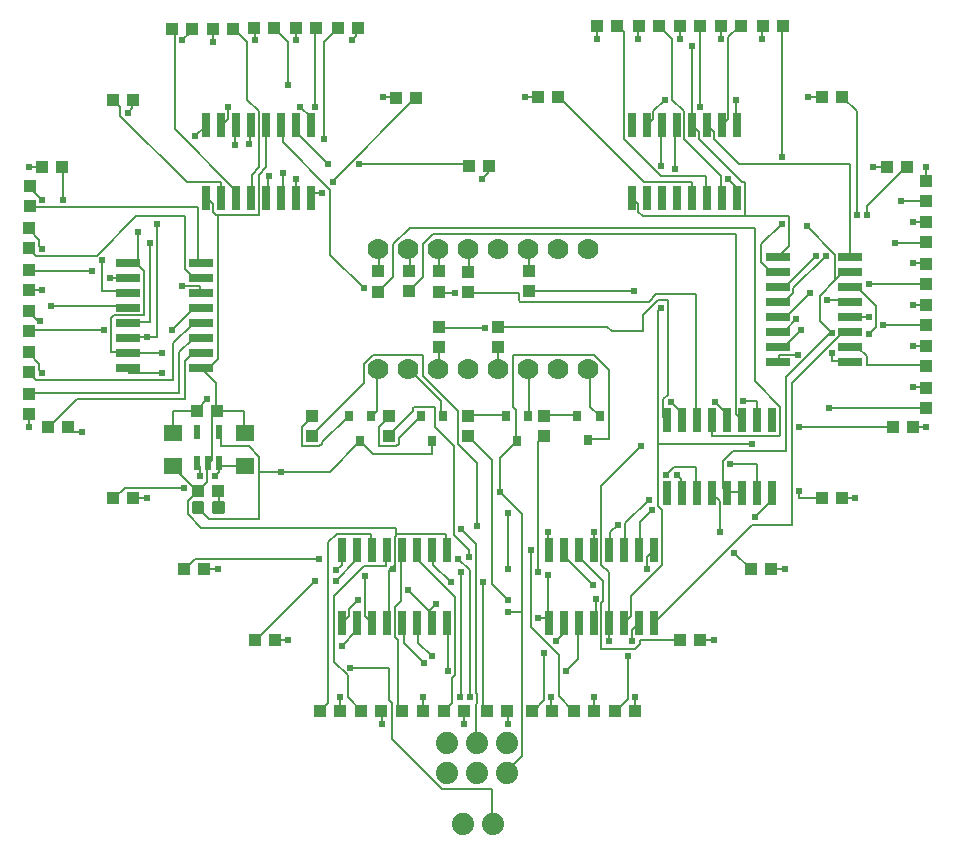
<source format=gbl>
G75*
%MOIN*%
%OFA0B0*%
%FSLAX25Y25*%
%IPPOS*%
%LPD*%
%AMOC8*
5,1,8,0,0,1.08239X$1,22.5*
%
%ADD10R,0.04331X0.03937*%
%ADD11R,0.03937X0.04331*%
%ADD12R,0.02165X0.04724*%
%ADD13R,0.06299X0.05512*%
%ADD14C,0.01181*%
%ADD15R,0.02600X0.08000*%
%ADD16R,0.08000X0.02600*%
%ADD17C,0.07400*%
%ADD18C,0.07000*%
%ADD19R,0.03150X0.03543*%
%ADD20C,0.00787*%
%ADD21C,0.02400*%
D10*
X0082894Y0075805D03*
X0089587Y0075805D03*
X0104547Y0052183D03*
X0111240Y0052183D03*
X0118327Y0052183D03*
X0125020Y0052183D03*
X0132106Y0052183D03*
X0138799Y0052183D03*
X0145886Y0052183D03*
X0152579Y0052183D03*
X0160413Y0052065D03*
X0167106Y0052065D03*
X0175413Y0052183D03*
X0182106Y0052183D03*
X0189193Y0052183D03*
X0195886Y0052183D03*
X0202972Y0052183D03*
X0209665Y0052183D03*
X0224626Y0075805D03*
X0231319Y0075805D03*
X0248248Y0099427D03*
X0254941Y0099427D03*
X0271870Y0123049D03*
X0278563Y0123049D03*
X0295492Y0146671D03*
X0302185Y0146671D03*
X0300217Y0233285D03*
X0293524Y0233285D03*
X0278563Y0256907D03*
X0271870Y0256907D03*
X0258878Y0280530D03*
X0252185Y0280530D03*
X0245098Y0280530D03*
X0238406Y0280530D03*
X0231319Y0280530D03*
X0224626Y0280530D03*
X0217539Y0280530D03*
X0210846Y0280530D03*
X0203760Y0280530D03*
X0197067Y0280530D03*
X0184075Y0256907D03*
X0177382Y0256907D03*
X0160965Y0233797D03*
X0154272Y0233797D03*
X0136713Y0256514D03*
X0130020Y0256514D03*
X0117224Y0279624D03*
X0110531Y0279624D03*
X0103287Y0279703D03*
X0096594Y0279703D03*
X0089429Y0279624D03*
X0082736Y0279624D03*
X0075728Y0279545D03*
X0069035Y0279545D03*
X0062067Y0279506D03*
X0055374Y0279506D03*
X0042382Y0255884D03*
X0035689Y0255884D03*
X0018642Y0233285D03*
X0011949Y0233285D03*
X0063602Y0152183D03*
X0070295Y0152183D03*
X0070689Y0125411D03*
X0063996Y0125411D03*
X0042343Y0123049D03*
X0035650Y0123049D03*
X0020689Y0146671D03*
X0013996Y0146671D03*
X0059272Y0099427D03*
X0065965Y0099427D03*
D11*
X0101988Y0143758D03*
X0101988Y0150451D03*
X0127579Y0150530D03*
X0127579Y0143837D03*
X0154114Y0143758D03*
X0154114Y0150451D03*
X0144311Y0173285D03*
X0144311Y0179978D03*
X0144232Y0191907D03*
X0144232Y0198600D03*
X0134193Y0198758D03*
X0134193Y0192065D03*
X0124114Y0191907D03*
X0124114Y0198600D03*
X0154075Y0198561D03*
X0154075Y0191868D03*
X0163917Y0180175D03*
X0163917Y0173482D03*
X0174232Y0191947D03*
X0174232Y0198640D03*
X0179272Y0150490D03*
X0179272Y0143797D03*
X0306713Y0153167D03*
X0306713Y0159860D03*
X0306713Y0166947D03*
X0306713Y0173640D03*
X0306713Y0180726D03*
X0306713Y0187419D03*
X0306713Y0194506D03*
X0306713Y0201199D03*
X0306713Y0208285D03*
X0306713Y0214978D03*
X0306713Y0222065D03*
X0306713Y0228758D03*
X0007933Y0226986D03*
X0007933Y0220293D03*
X0007500Y0213010D03*
X0007500Y0206317D03*
X0007500Y0199230D03*
X0007500Y0192537D03*
X0007500Y0185451D03*
X0007500Y0178758D03*
X0007500Y0171671D03*
X0007500Y0164978D03*
X0007500Y0157892D03*
X0007500Y0151199D03*
D12*
X0063602Y0145097D03*
X0071083Y0145097D03*
X0071083Y0134860D03*
X0067343Y0134860D03*
X0063602Y0134860D03*
D13*
X0055531Y0133679D03*
X0055531Y0144703D03*
X0079547Y0144624D03*
X0079547Y0133600D03*
D14*
X0072173Y0121278D02*
X0072173Y0118522D01*
X0069417Y0118522D01*
X0069417Y0121278D01*
X0072173Y0121278D01*
X0072173Y0119702D02*
X0069417Y0119702D01*
X0069417Y0120882D02*
X0072173Y0120882D01*
X0065268Y0121278D02*
X0065268Y0118522D01*
X0062512Y0118522D01*
X0062512Y0121278D01*
X0065268Y0121278D01*
X0065268Y0119702D02*
X0062512Y0119702D01*
X0062512Y0120882D02*
X0065268Y0120882D01*
D15*
X0112047Y0105622D03*
X0117047Y0105622D03*
X0122047Y0105622D03*
X0127047Y0105622D03*
X0132047Y0105622D03*
X0137047Y0105622D03*
X0142047Y0105622D03*
X0147047Y0105622D03*
X0147047Y0081422D03*
X0142047Y0081422D03*
X0137047Y0081422D03*
X0132047Y0081422D03*
X0127047Y0081422D03*
X0122047Y0081422D03*
X0117047Y0081422D03*
X0112047Y0081422D03*
X0180945Y0081422D03*
X0185945Y0081422D03*
X0190945Y0081422D03*
X0195945Y0081422D03*
X0200945Y0081422D03*
X0205945Y0081422D03*
X0210945Y0081422D03*
X0215945Y0081422D03*
X0215945Y0105622D03*
X0210945Y0105622D03*
X0205945Y0105622D03*
X0200945Y0105622D03*
X0195945Y0105622D03*
X0190945Y0105622D03*
X0185945Y0105622D03*
X0180945Y0105622D03*
X0220315Y0124729D03*
X0225315Y0124729D03*
X0230315Y0124729D03*
X0235315Y0124729D03*
X0240315Y0124729D03*
X0245315Y0124729D03*
X0250315Y0124729D03*
X0255315Y0124729D03*
X0255315Y0148929D03*
X0250315Y0148929D03*
X0245315Y0148929D03*
X0240315Y0148929D03*
X0235315Y0148929D03*
X0230315Y0148929D03*
X0225315Y0148929D03*
X0220315Y0148929D03*
X0218504Y0223154D03*
X0223504Y0223154D03*
X0228504Y0223154D03*
X0233504Y0223154D03*
X0238504Y0223154D03*
X0243504Y0223154D03*
X0243504Y0247354D03*
X0238504Y0247354D03*
X0233504Y0247354D03*
X0228504Y0247354D03*
X0223504Y0247354D03*
X0218504Y0247354D03*
X0213504Y0247354D03*
X0208504Y0247354D03*
X0208504Y0223154D03*
X0213504Y0223154D03*
X0101772Y0223154D03*
X0096772Y0223154D03*
X0091772Y0223154D03*
X0086772Y0223154D03*
X0081772Y0223154D03*
X0076772Y0223154D03*
X0071772Y0223154D03*
X0066772Y0223154D03*
X0066772Y0247354D03*
X0071772Y0247354D03*
X0076772Y0247354D03*
X0081772Y0247354D03*
X0086772Y0247354D03*
X0091772Y0247354D03*
X0096772Y0247354D03*
X0101772Y0247354D03*
D16*
X0064876Y0201573D03*
X0064876Y0196573D03*
X0064876Y0191573D03*
X0064876Y0186573D03*
X0064876Y0181573D03*
X0064876Y0176573D03*
X0064876Y0171573D03*
X0064876Y0166573D03*
X0040676Y0166573D03*
X0040676Y0171573D03*
X0040676Y0176573D03*
X0040676Y0181573D03*
X0040676Y0186573D03*
X0040676Y0191573D03*
X0040676Y0196573D03*
X0040676Y0201573D03*
X0257211Y0203541D03*
X0257211Y0198541D03*
X0257211Y0193541D03*
X0257211Y0188541D03*
X0257211Y0183541D03*
X0257211Y0178541D03*
X0257211Y0173541D03*
X0257211Y0168541D03*
X0281411Y0168541D03*
X0281411Y0173541D03*
X0281411Y0178541D03*
X0281411Y0183541D03*
X0281411Y0188541D03*
X0281411Y0193541D03*
X0281411Y0198541D03*
X0281411Y0203541D03*
D17*
X0166949Y0041553D03*
X0166949Y0031553D03*
X0156949Y0031553D03*
X0146949Y0031553D03*
X0146949Y0041553D03*
X0156949Y0041553D03*
X0152264Y0014585D03*
X0162264Y0014585D03*
D18*
X0164075Y0166041D03*
X0174075Y0166041D03*
X0184075Y0166041D03*
X0194075Y0166041D03*
X0154075Y0166041D03*
X0144075Y0166041D03*
X0134075Y0166041D03*
X0124075Y0166041D03*
X0124075Y0206041D03*
X0134075Y0206041D03*
X0144075Y0206041D03*
X0154075Y0206041D03*
X0164075Y0206041D03*
X0174075Y0206041D03*
X0184075Y0206041D03*
X0194075Y0206041D03*
D19*
X0197815Y0150569D03*
X0190335Y0150569D03*
X0194075Y0142301D03*
X0174075Y0150372D03*
X0166594Y0150372D03*
X0170335Y0142104D03*
X0145728Y0150411D03*
X0138248Y0150411D03*
X0141988Y0142144D03*
X0121752Y0150451D03*
X0114272Y0150451D03*
X0118012Y0142183D03*
D20*
X0117736Y0141750D01*
X0107894Y0131907D01*
X0091654Y0131907D01*
X0084272Y0131907D01*
X0084272Y0116159D01*
X0067539Y0116159D01*
X0064094Y0119604D01*
X0063890Y0119900D01*
X0060650Y0122065D02*
X0060650Y0117636D01*
X0065079Y0113207D01*
X0130039Y0113207D01*
X0130039Y0111238D01*
X0130285Y0110992D01*
X0129547Y0110254D01*
X0129547Y0100904D01*
X0128809Y0100165D01*
X0129055Y0099919D01*
X0129055Y0099427D01*
X0128809Y0100165D02*
X0127579Y0098935D01*
X0127579Y0082203D01*
X0127087Y0081711D01*
X0127047Y0081422D01*
X0122047Y0081422D02*
X0121673Y0081711D01*
X0119705Y0083679D01*
X0119705Y0096967D01*
X0119213Y0100411D02*
X0126594Y0100411D01*
X0126594Y0105333D01*
X0127047Y0105622D01*
X0131516Y0104841D02*
X0132008Y0105333D01*
X0132047Y0105622D01*
X0131516Y0104841D02*
X0131516Y0088600D01*
X0129547Y0086632D01*
X0129547Y0076789D01*
X0130531Y0075805D01*
X0130531Y0053659D01*
X0132008Y0052183D01*
X0132106Y0052183D01*
X0128563Y0054644D02*
X0128563Y0042833D01*
X0145295Y0026100D01*
X0162028Y0026100D01*
X0162028Y0014781D01*
X0162264Y0014585D01*
X0166949Y0031553D02*
X0166949Y0032006D01*
X0171870Y0036927D01*
X0171870Y0085156D01*
X0167441Y0085156D01*
X0167441Y0089093D02*
X0162028Y0094506D01*
X0162028Y0135844D01*
X0154114Y0143758D01*
X0150709Y0141258D02*
X0157106Y0134860D01*
X0157106Y0113699D01*
X0151693Y0112715D02*
X0156614Y0107793D01*
X0156614Y0058089D01*
X0157106Y0057596D01*
X0157106Y0054644D01*
X0156614Y0054152D01*
X0156614Y0041848D01*
X0156949Y0041553D01*
X0152677Y0047754D02*
X0152677Y0052183D01*
X0152579Y0052183D01*
X0148740Y0054644D02*
X0148740Y0063010D01*
X0149724Y0063994D01*
X0149724Y0090077D01*
X0137421Y0102380D01*
X0137421Y0105333D01*
X0137047Y0105622D01*
X0142047Y0105622D02*
X0142343Y0105333D01*
X0142343Y0100904D01*
X0148248Y0094998D01*
X0151693Y0098443D02*
X0151693Y0057104D01*
X0151201Y0056612D01*
X0148740Y0054644D02*
X0146280Y0052183D01*
X0145886Y0052183D01*
X0138898Y0052183D02*
X0138799Y0052183D01*
X0138898Y0052183D02*
X0138898Y0056612D01*
X0147264Y0065470D02*
X0147264Y0081219D01*
X0147047Y0081422D01*
X0142047Y0081422D02*
X0141850Y0081711D01*
X0141850Y0084663D01*
X0141112Y0085402D01*
X0143327Y0087616D01*
X0141112Y0085402D02*
X0133976Y0092537D01*
X0132047Y0081422D02*
X0132500Y0081219D01*
X0132500Y0074821D01*
X0139390Y0067931D01*
X0141850Y0070392D02*
X0137421Y0074821D01*
X0137421Y0081219D01*
X0137047Y0081422D01*
X0127579Y0066455D02*
X0127579Y0055628D01*
X0128563Y0054644D01*
X0125118Y0052183D02*
X0125020Y0052183D01*
X0125118Y0052183D02*
X0125118Y0047754D01*
X0118327Y0052183D02*
X0118228Y0052183D01*
X0113799Y0056612D01*
X0113799Y0063994D01*
X0109370Y0068423D01*
X0109370Y0090569D01*
X0119213Y0100411D01*
X0116752Y0102380D02*
X0116752Y0105333D01*
X0117047Y0105622D01*
X0116752Y0102380D02*
X0109862Y0095490D01*
X0109862Y0098935D02*
X0111831Y0100904D01*
X0111831Y0105333D01*
X0112047Y0105622D01*
X0107402Y0108285D02*
X0110354Y0111238D01*
X0121673Y0111238D01*
X0121673Y0105825D01*
X0122047Y0105622D01*
X0130285Y0110992D02*
X0130531Y0111238D01*
X0146772Y0111238D01*
X0146772Y0105825D01*
X0147047Y0105622D01*
X0150709Y0102872D02*
X0154646Y0098935D01*
X0154646Y0056612D01*
X0159075Y0053167D02*
X0159075Y0094998D01*
X0167441Y0099427D02*
X0167441Y0118128D01*
X0171870Y0117636D02*
X0164488Y0125018D01*
X0164488Y0136337D01*
X0169902Y0141750D01*
X0170335Y0142104D01*
X0169902Y0142242D01*
X0169902Y0152577D01*
X0168917Y0153561D01*
X0168917Y0170785D01*
X0195984Y0170785D01*
X0200906Y0165864D01*
X0200906Y0142734D01*
X0194508Y0142734D01*
X0194075Y0142301D01*
X0197461Y0150608D02*
X0197815Y0150569D01*
X0197461Y0150608D02*
X0194508Y0153561D01*
X0194508Y0165864D01*
X0194075Y0166041D01*
X0201890Y0178659D02*
X0200413Y0180136D01*
X0163996Y0180136D01*
X0163917Y0180175D01*
X0159567Y0179644D02*
X0144311Y0179644D01*
X0144311Y0179978D01*
X0144311Y0173285D02*
X0144311Y0166356D01*
X0144075Y0166041D01*
X0138898Y0163896D02*
X0150709Y0152085D01*
X0150709Y0141258D01*
X0149232Y0140274D02*
X0149232Y0110746D01*
X0154154Y0105825D01*
X0154154Y0103364D01*
X0171870Y0117636D02*
X0171870Y0085156D01*
X0174823Y0080234D02*
X0174823Y0105825D01*
X0180728Y0105825D02*
X0180728Y0111730D01*
X0180728Y0105825D02*
X0180945Y0105622D01*
X0185945Y0105622D02*
X0186142Y0105333D01*
X0186142Y0103364D01*
X0195492Y0094014D01*
X0198937Y0095490D02*
X0191063Y0103364D01*
X0191063Y0105333D01*
X0190945Y0105622D01*
X0195945Y0105622D02*
X0195984Y0105825D01*
X0195984Y0111730D01*
X0201398Y0111730D02*
X0201398Y0105825D01*
X0200945Y0105622D01*
X0198445Y0100904D02*
X0198445Y0126986D01*
X0211732Y0140274D01*
X0217146Y0141258D02*
X0248642Y0141258D01*
X0242244Y0138797D02*
X0259961Y0138797D01*
X0259961Y0163404D01*
X0274724Y0178167D01*
X0275217Y0178167D01*
X0271280Y0182104D01*
X0271280Y0190470D01*
X0276447Y0195638D01*
X0276201Y0195884D01*
X0276201Y0204250D01*
X0266850Y0213600D01*
X0260945Y0217045D02*
X0260945Y0207203D01*
X0257500Y0203758D01*
X0257211Y0203541D01*
X0257008Y0198837D02*
X0257211Y0198541D01*
X0257008Y0198837D02*
X0254547Y0198837D01*
X0251594Y0201789D01*
X0251594Y0207695D01*
X0258484Y0214585D01*
X0260945Y0217045D02*
X0246181Y0217045D01*
X0246181Y0228364D01*
X0245197Y0228364D01*
X0230925Y0242636D01*
X0230925Y0245096D01*
X0228957Y0247065D01*
X0228504Y0247354D01*
X0228465Y0247557D01*
X0228465Y0273640D01*
X0224528Y0276100D02*
X0224528Y0280530D01*
X0224626Y0280530D01*
X0222067Y0276100D02*
X0222067Y0255923D01*
X0226004Y0251986D01*
X0226004Y0242636D01*
X0238307Y0230333D01*
X0238307Y0223443D01*
X0238504Y0223154D01*
X0233504Y0223154D02*
X0233386Y0223443D01*
X0233386Y0230333D01*
X0218130Y0230333D01*
X0205827Y0242636D01*
X0205827Y0278561D01*
X0203858Y0280530D01*
X0203760Y0280530D01*
X0197067Y0280530D02*
X0196969Y0280530D01*
X0196969Y0276100D01*
X0210748Y0276100D02*
X0210748Y0280530D01*
X0210846Y0280530D01*
X0217539Y0280530D02*
X0217638Y0280530D01*
X0222067Y0276100D01*
X0231319Y0280530D02*
X0231417Y0280530D01*
X0231417Y0253463D01*
X0233504Y0247354D02*
X0233878Y0247065D01*
X0235846Y0245096D01*
X0235846Y0242636D01*
X0244213Y0234270D01*
X0281122Y0234270D01*
X0281122Y0203758D01*
X0281411Y0203541D01*
X0281411Y0198541D02*
X0281122Y0198344D01*
X0279154Y0198344D01*
X0276447Y0195638D01*
X0281411Y0193541D02*
X0281614Y0193423D01*
X0285059Y0193423D01*
X0285059Y0191947D01*
X0289980Y0187026D01*
X0289980Y0180136D01*
X0287520Y0177675D01*
X0284075Y0173246D02*
X0281614Y0173246D01*
X0281411Y0173541D01*
X0284075Y0173246D02*
X0287028Y0170293D01*
X0287028Y0167341D01*
X0306713Y0167341D01*
X0306713Y0166947D01*
X0306713Y0159959D02*
X0302283Y0159959D01*
X0306713Y0159959D02*
X0306713Y0159860D01*
X0306713Y0153167D02*
X0306713Y0153069D01*
X0274232Y0153069D01*
X0264390Y0146671D02*
X0295492Y0146671D01*
X0302185Y0146671D02*
X0306713Y0146671D01*
X0283091Y0123049D02*
X0278563Y0123049D01*
X0271870Y0123049D02*
X0264390Y0123049D01*
X0264390Y0125510D01*
X0255315Y0124729D02*
X0255039Y0124526D01*
X0255039Y0122065D01*
X0249626Y0116652D01*
X0248642Y0114191D02*
X0261929Y0114191D01*
X0261929Y0161435D01*
X0278661Y0178167D01*
X0281122Y0178167D01*
X0281411Y0178541D01*
X0281411Y0183541D02*
X0281614Y0183581D01*
X0287520Y0183581D01*
X0292441Y0180628D02*
X0306713Y0180628D01*
X0306713Y0180726D01*
X0306713Y0173738D02*
X0302283Y0173738D01*
X0306713Y0173738D02*
X0306713Y0173640D01*
X0306713Y0187419D02*
X0306713Y0187518D01*
X0302283Y0187518D01*
X0306713Y0194407D02*
X0306713Y0194506D01*
X0306713Y0194407D02*
X0287520Y0194407D01*
X0281122Y0188994D02*
X0281411Y0188541D01*
X0281122Y0188994D02*
X0273740Y0188994D01*
X0267835Y0191455D02*
X0259961Y0183581D01*
X0257500Y0183581D01*
X0257211Y0183541D01*
X0257500Y0178659D02*
X0257211Y0178541D01*
X0257500Y0178659D02*
X0259469Y0178659D01*
X0263406Y0182596D01*
X0264882Y0179152D02*
X0259469Y0173738D01*
X0257500Y0173738D01*
X0257211Y0173541D01*
X0257500Y0170785D02*
X0257500Y0168817D01*
X0257211Y0168541D01*
X0257500Y0170785D02*
X0263898Y0170785D01*
X0275217Y0171278D02*
X0275217Y0168817D01*
X0281122Y0168817D01*
X0281411Y0168541D01*
X0257992Y0153561D02*
X0257992Y0144211D01*
X0257500Y0143719D01*
X0235354Y0143719D01*
X0235354Y0148640D01*
X0235315Y0148929D01*
X0230315Y0148929D02*
X0229941Y0149132D01*
X0229941Y0190963D01*
X0216654Y0190963D01*
X0214193Y0188502D01*
X0171378Y0188502D01*
X0170886Y0188994D01*
X0170886Y0191455D01*
X0154154Y0191455D01*
X0154075Y0191868D01*
X0149724Y0191455D02*
X0144311Y0191455D01*
X0144232Y0191907D01*
X0144232Y0198600D02*
X0144311Y0198837D01*
X0144311Y0205726D01*
X0144075Y0206041D01*
X0142343Y0211140D02*
X0138898Y0207695D01*
X0138898Y0196868D01*
X0134469Y0192439D01*
X0134193Y0192065D01*
X0129055Y0196868D02*
X0129055Y0207695D01*
X0134469Y0213108D01*
X0249626Y0213108D01*
X0249626Y0161927D01*
X0257992Y0153561D01*
X0250118Y0155530D02*
X0250118Y0149132D01*
X0250315Y0148929D01*
X0245315Y0148929D02*
X0245197Y0149132D01*
X0243228Y0151100D01*
X0243228Y0211140D01*
X0142343Y0211140D01*
X0134469Y0205726D02*
X0134075Y0206041D01*
X0134469Y0205726D02*
X0134469Y0198837D01*
X0134193Y0198758D01*
X0129055Y0196868D02*
X0124134Y0191947D01*
X0124114Y0191907D01*
X0119213Y0192931D02*
X0107894Y0204250D01*
X0107894Y0225904D01*
X0092146Y0241652D01*
X0092146Y0247065D01*
X0091772Y0247354D01*
X0096772Y0247354D02*
X0097067Y0247065D01*
X0097067Y0244604D01*
X0107402Y0234270D01*
X0108878Y0228856D02*
X0108878Y0228364D01*
X0108878Y0228856D02*
X0136437Y0256415D01*
X0136713Y0256514D01*
X0130020Y0256514D02*
X0129547Y0256907D01*
X0125610Y0256907D01*
X0115276Y0275608D02*
X0116752Y0277085D01*
X0116752Y0279545D01*
X0117224Y0279624D01*
X0110531Y0279624D02*
X0110354Y0279545D01*
X0105925Y0275116D01*
X0105925Y0242636D01*
X0101772Y0247354D02*
X0101496Y0247557D01*
X0101496Y0250018D01*
X0098051Y0253463D01*
X0102972Y0253463D02*
X0102972Y0279545D01*
X0103287Y0279703D01*
X0096594Y0279703D02*
X0096575Y0279545D01*
X0096575Y0275608D01*
X0094114Y0275116D02*
X0094114Y0260844D01*
X0084272Y0251986D02*
X0084272Y0233285D01*
X0081811Y0230825D01*
X0081811Y0223443D01*
X0081772Y0223154D01*
X0086772Y0223154D02*
X0087224Y0223443D01*
X0087224Y0229841D01*
X0087717Y0230333D01*
X0086732Y0233285D02*
X0084272Y0230825D01*
X0084272Y0217537D01*
X0070492Y0217537D01*
X0070492Y0169309D01*
X0066555Y0165372D01*
X0064876Y0166573D01*
X0065079Y0166356D01*
X0070000Y0161435D01*
X0070000Y0152577D01*
X0070295Y0152183D01*
X0070000Y0152085D01*
X0068524Y0150608D01*
X0068524Y0135844D01*
X0067539Y0134860D01*
X0067343Y0134860D01*
X0067047Y0134368D01*
X0067047Y0128463D01*
X0063996Y0125411D01*
X0060650Y0122065D01*
X0063602Y0125510D02*
X0063996Y0125411D01*
X0063602Y0125510D02*
X0055728Y0133384D01*
X0055531Y0133679D01*
X0059173Y0126494D02*
X0039488Y0126494D01*
X0036043Y0123049D01*
X0035650Y0123049D01*
X0042343Y0123049D02*
X0046870Y0123049D01*
X0064587Y0130431D02*
X0064587Y0133384D01*
X0063602Y0134368D01*
X0063602Y0134860D01*
X0069508Y0130431D02*
X0070984Y0131907D01*
X0070984Y0133876D01*
X0071083Y0134860D01*
X0070984Y0134368D01*
X0070984Y0133876D01*
X0079350Y0133876D01*
X0079547Y0133600D01*
X0084272Y0131907D02*
X0084272Y0136829D01*
X0080827Y0140274D01*
X0071476Y0140274D01*
X0071476Y0144703D01*
X0071083Y0145097D01*
X0070492Y0152085D02*
X0070295Y0152183D01*
X0070492Y0152085D02*
X0079350Y0152085D01*
X0079350Y0144703D01*
X0079547Y0144624D01*
X0067047Y0156022D02*
X0063602Y0152577D01*
X0063602Y0152183D01*
X0063602Y0152085D01*
X0055728Y0152085D01*
X0055728Y0144703D01*
X0055531Y0144703D01*
X0059665Y0156022D02*
X0059665Y0168817D01*
X0062126Y0171278D01*
X0064587Y0171278D01*
X0064876Y0171573D01*
X0064587Y0176199D02*
X0062126Y0176199D01*
X0057697Y0171770D01*
X0057697Y0157990D01*
X0007500Y0157990D01*
X0007500Y0157892D01*
X0009961Y0162419D02*
X0055728Y0162419D01*
X0055728Y0174722D01*
X0062126Y0181120D01*
X0064587Y0181120D01*
X0064876Y0181573D01*
X0064587Y0186533D02*
X0062618Y0186533D01*
X0055236Y0179152D01*
X0050315Y0176691D02*
X0050315Y0214585D01*
X0047854Y0208187D02*
X0047854Y0181612D01*
X0040965Y0181612D01*
X0040676Y0181573D01*
X0040676Y0186573D02*
X0040472Y0187026D01*
X0014882Y0187026D01*
X0011437Y0182104D02*
X0010453Y0182104D01*
X0007500Y0185057D01*
X0007500Y0185451D01*
X0007500Y0179152D02*
X0007500Y0178758D01*
X0007500Y0179152D02*
X0032598Y0179152D01*
X0035059Y0183089D02*
X0036043Y0184073D01*
X0045886Y0184073D01*
X0045886Y0198837D01*
X0043425Y0201297D01*
X0040965Y0201297D01*
X0040676Y0201573D01*
X0043917Y0201297D01*
X0043917Y0211632D01*
X0043425Y0217045D02*
X0059665Y0217045D01*
X0059665Y0199329D01*
X0062126Y0196868D01*
X0064587Y0196868D01*
X0064876Y0196573D01*
X0064587Y0193915D02*
X0064587Y0191947D01*
X0064876Y0191573D01*
X0064587Y0193915D02*
X0058681Y0193915D01*
X0064587Y0201789D02*
X0064876Y0201573D01*
X0064587Y0201789D02*
X0064094Y0202281D01*
X0064094Y0219998D01*
X0007992Y0219998D01*
X0007933Y0220293D01*
X0011929Y0222459D02*
X0007992Y0226396D01*
X0007992Y0226888D01*
X0007933Y0226986D01*
X0007500Y0233285D02*
X0011949Y0233285D01*
X0018642Y0233285D02*
X0018819Y0233285D01*
X0018819Y0222459D01*
X0007500Y0213010D02*
X0007500Y0212616D01*
X0010945Y0209171D01*
X0010945Y0207203D01*
X0011929Y0206219D01*
X0009961Y0203758D02*
X0030138Y0203758D01*
X0043425Y0217045D01*
X0032106Y0202281D02*
X0032106Y0191947D01*
X0040472Y0191947D01*
X0040676Y0191573D01*
X0040472Y0196376D02*
X0034567Y0196376D01*
X0040472Y0196376D02*
X0040676Y0196573D01*
X0028661Y0198837D02*
X0007500Y0198837D01*
X0007500Y0199230D01*
X0009961Y0203758D02*
X0007500Y0206219D01*
X0007500Y0206317D01*
X0007500Y0192537D02*
X0007500Y0192439D01*
X0011929Y0192439D01*
X0007500Y0171671D02*
X0007500Y0171278D01*
X0010945Y0167833D01*
X0010945Y0165864D01*
X0011929Y0164880D01*
X0009961Y0162419D02*
X0007500Y0164880D01*
X0007500Y0164978D01*
X0007500Y0151199D02*
X0007500Y0146671D01*
X0013996Y0146671D02*
X0014390Y0146671D01*
X0023740Y0156022D01*
X0059665Y0156022D01*
X0051791Y0164880D02*
X0040965Y0164880D01*
X0040965Y0166356D01*
X0040676Y0166573D01*
X0040965Y0171278D02*
X0040676Y0171573D01*
X0040472Y0171770D01*
X0035059Y0171770D01*
X0035059Y0183089D01*
X0040676Y0176573D02*
X0040965Y0176691D01*
X0046870Y0176691D01*
X0050315Y0176691D01*
X0051791Y0171278D02*
X0040965Y0171278D01*
X0064587Y0176199D02*
X0064876Y0176573D01*
X0064587Y0186533D02*
X0064876Y0186573D01*
X0070000Y0217537D02*
X0069016Y0218522D01*
X0069016Y0220982D01*
X0067047Y0222951D01*
X0066772Y0223154D01*
X0071476Y0223443D02*
X0071772Y0223154D01*
X0071476Y0223443D02*
X0071476Y0228364D01*
X0060157Y0228364D01*
X0038012Y0250510D01*
X0038012Y0253463D01*
X0036043Y0255431D01*
X0035689Y0255884D01*
X0040472Y0251494D02*
X0041949Y0252970D01*
X0041949Y0255431D01*
X0042382Y0255884D01*
X0056220Y0246081D02*
X0076398Y0225904D01*
X0076398Y0223443D01*
X0076772Y0223154D01*
X0070492Y0217537D02*
X0070000Y0217537D01*
X0086732Y0233285D02*
X0086732Y0247065D01*
X0086772Y0247354D01*
X0081772Y0247354D02*
X0081319Y0247065D01*
X0081319Y0241652D01*
X0080827Y0241159D01*
X0076398Y0240667D02*
X0076398Y0247065D01*
X0076772Y0247354D01*
X0073937Y0249526D02*
X0073937Y0253463D01*
X0073937Y0249526D02*
X0071969Y0247557D01*
X0071772Y0247354D01*
X0066772Y0247354D02*
X0066555Y0247065D01*
X0063110Y0243620D01*
X0056220Y0246081D02*
X0056220Y0278561D01*
X0055728Y0279053D01*
X0055374Y0279506D01*
X0058681Y0275608D02*
X0061634Y0278561D01*
X0061634Y0279053D01*
X0062067Y0279506D01*
X0069016Y0279545D02*
X0069016Y0275116D01*
X0069016Y0279545D02*
X0069035Y0279545D01*
X0075728Y0279545D02*
X0075906Y0279545D01*
X0080335Y0275116D01*
X0080335Y0255923D01*
X0084272Y0251986D01*
X0092146Y0231317D02*
X0092146Y0223443D01*
X0091772Y0223154D01*
X0096575Y0223443D02*
X0096772Y0223154D01*
X0096575Y0223443D02*
X0096575Y0229348D01*
X0101988Y0224919D02*
X0101988Y0223443D01*
X0101772Y0223154D01*
X0101988Y0224919D02*
X0105433Y0224919D01*
X0117736Y0234270D02*
X0154154Y0234270D01*
X0154272Y0233797D01*
X0158583Y0229348D02*
X0160551Y0231317D01*
X0160551Y0233778D01*
X0160965Y0233797D01*
X0172854Y0256907D02*
X0177382Y0256907D01*
X0184075Y0256907D02*
X0184173Y0256907D01*
X0212717Y0228364D01*
X0228465Y0228364D01*
X0228465Y0223443D01*
X0228504Y0223154D01*
X0223051Y0232793D02*
X0223051Y0247065D01*
X0223504Y0247354D01*
X0218504Y0247354D02*
X0218130Y0247065D01*
X0218130Y0233778D01*
X0208780Y0222951D02*
X0208504Y0223154D01*
X0208780Y0222951D02*
X0210748Y0220982D01*
X0210748Y0218522D01*
X0212224Y0217045D01*
X0246181Y0217045D01*
X0243504Y0223154D02*
X0243228Y0223443D01*
X0243228Y0226888D01*
X0240768Y0229348D01*
X0238504Y0247354D02*
X0238799Y0247557D01*
X0240768Y0249526D01*
X0240768Y0276593D01*
X0244705Y0280530D01*
X0245098Y0280530D01*
X0252087Y0280530D02*
X0252087Y0276100D01*
X0252087Y0280530D02*
X0252185Y0280530D01*
X0258484Y0280530D02*
X0258878Y0280530D01*
X0258484Y0280530D02*
X0258484Y0236730D01*
X0243504Y0247354D02*
X0243228Y0247557D01*
X0243228Y0255923D01*
X0238307Y0276100D02*
X0238307Y0280530D01*
X0238406Y0280530D01*
X0219606Y0255923D02*
X0215669Y0251986D01*
X0215669Y0249526D01*
X0213701Y0247557D01*
X0213504Y0247354D01*
X0174075Y0206041D02*
X0174331Y0205726D01*
X0174331Y0198837D01*
X0174232Y0198640D01*
X0174232Y0191947D02*
X0209272Y0191947D01*
X0217146Y0188994D02*
X0212224Y0184073D01*
X0212224Y0178659D01*
X0201890Y0178659D01*
X0217146Y0185549D02*
X0218130Y0186533D01*
X0217146Y0185549D02*
X0217146Y0141258D01*
X0217146Y0120589D01*
X0218622Y0119112D01*
X0218622Y0100904D01*
X0208287Y0090569D01*
X0208287Y0083679D01*
X0206319Y0081711D01*
X0205945Y0081422D01*
X0208780Y0079250D02*
X0208780Y0075313D01*
X0211240Y0075805D02*
X0211240Y0074329D01*
X0209764Y0072852D01*
X0198445Y0072852D01*
X0198445Y0088108D01*
X0198937Y0088600D01*
X0198937Y0095490D01*
X0200906Y0098443D02*
X0198445Y0100904D01*
X0200906Y0098443D02*
X0200906Y0081711D01*
X0200945Y0081422D01*
X0200906Y0081219D01*
X0200906Y0075313D01*
X0195945Y0081422D02*
X0195984Y0081711D01*
X0196476Y0082203D01*
X0196476Y0089585D01*
X0190945Y0081422D02*
X0190571Y0081219D01*
X0190571Y0069407D01*
X0186634Y0065470D01*
X0184173Y0070884D02*
X0174823Y0080234D01*
X0177283Y0083187D02*
X0180728Y0083187D01*
X0180945Y0081422D01*
X0180728Y0081711D01*
X0180728Y0083187D01*
X0180728Y0097459D01*
X0177283Y0098443D02*
X0177283Y0141750D01*
X0179252Y0143719D01*
X0179272Y0143797D01*
X0179272Y0150490D02*
X0179744Y0150608D01*
X0190079Y0150608D01*
X0190335Y0150569D01*
X0174331Y0150608D02*
X0174331Y0165864D01*
X0174075Y0166041D01*
X0164075Y0166041D02*
X0163996Y0166356D01*
X0163996Y0173246D01*
X0163917Y0173482D01*
X0144803Y0155530D02*
X0134469Y0165864D01*
X0134075Y0166041D01*
X0138898Y0163896D02*
X0138898Y0170785D01*
X0122165Y0170785D01*
X0119213Y0167833D01*
X0119213Y0161435D01*
X0101988Y0144211D01*
X0101988Y0143758D01*
X0105433Y0141750D02*
X0105433Y0141258D01*
X0104449Y0140274D01*
X0098543Y0140274D01*
X0098543Y0146671D01*
X0101988Y0150116D01*
X0101988Y0150451D01*
X0105433Y0141750D02*
X0113799Y0150116D01*
X0114272Y0150451D01*
X0121752Y0150451D02*
X0122165Y0150608D01*
X0123642Y0152085D01*
X0123642Y0165864D01*
X0124075Y0166041D01*
X0135945Y0153561D02*
X0142835Y0153561D01*
X0142835Y0146671D01*
X0149232Y0140274D01*
X0141988Y0142144D02*
X0141850Y0141750D01*
X0141850Y0137813D01*
X0122165Y0137813D01*
X0118228Y0141750D01*
X0118012Y0142183D01*
X0124134Y0140274D02*
X0124134Y0146671D01*
X0127579Y0150116D01*
X0127579Y0150530D01*
X0127579Y0144211D02*
X0127579Y0143837D01*
X0127579Y0144211D02*
X0135453Y0152085D01*
X0135453Y0153069D01*
X0135945Y0153561D01*
X0138248Y0150411D02*
X0137913Y0150116D01*
X0131024Y0143226D01*
X0131024Y0141258D01*
X0130039Y0140274D01*
X0124134Y0140274D01*
X0144803Y0151100D02*
X0144803Y0155530D01*
X0144803Y0151100D02*
X0145295Y0150608D01*
X0145728Y0150411D01*
X0154114Y0150451D02*
X0154154Y0150608D01*
X0166457Y0150608D01*
X0166594Y0150372D01*
X0174075Y0150372D02*
X0174331Y0150608D01*
X0203858Y0114191D02*
X0201398Y0111730D01*
X0206319Y0114683D02*
X0206319Y0105825D01*
X0205945Y0105622D01*
X0210945Y0105622D02*
X0211240Y0105825D01*
X0211240Y0115175D01*
X0215177Y0119112D01*
X0214193Y0122557D02*
X0206319Y0114683D01*
X0215945Y0105622D02*
X0215669Y0105333D01*
X0213701Y0103364D01*
X0213701Y0099427D01*
X0216161Y0081711D02*
X0215945Y0081422D01*
X0216161Y0081711D02*
X0248642Y0114191D01*
X0242736Y0104841D02*
X0248150Y0099427D01*
X0248248Y0099427D01*
X0254941Y0099427D02*
X0259469Y0099427D01*
X0237815Y0111730D02*
X0237815Y0122065D01*
X0235354Y0124526D01*
X0235315Y0124729D01*
X0238799Y0126494D02*
X0238799Y0135352D01*
X0242244Y0138797D01*
X0241260Y0134368D02*
X0250118Y0134368D01*
X0250118Y0125018D01*
X0250315Y0124729D01*
X0245315Y0124729D02*
X0245197Y0125018D01*
X0240768Y0125018D01*
X0240315Y0124729D01*
X0240276Y0125018D01*
X0238799Y0126494D01*
X0230315Y0124729D02*
X0229941Y0125018D01*
X0229941Y0133384D01*
X0222559Y0133384D01*
X0220098Y0130923D01*
X0223543Y0130923D02*
X0225020Y0129447D01*
X0225020Y0125018D01*
X0225315Y0124729D01*
X0225315Y0148929D02*
X0225020Y0149132D01*
X0225020Y0151593D01*
X0221575Y0155037D01*
X0219114Y0156022D02*
X0219114Y0150116D01*
X0220098Y0149132D01*
X0220315Y0148929D01*
X0219114Y0156022D02*
X0220591Y0157498D01*
X0220591Y0188994D01*
X0217146Y0188994D01*
X0236339Y0155037D02*
X0240276Y0151100D01*
X0240276Y0149132D01*
X0240315Y0148929D01*
X0245689Y0155530D02*
X0250118Y0155530D01*
X0257211Y0188541D02*
X0257500Y0188994D01*
X0259961Y0188994D01*
X0262421Y0191455D01*
X0262421Y0192931D01*
X0273248Y0203758D01*
X0269803Y0203758D02*
X0259961Y0193915D01*
X0257500Y0193915D01*
X0257211Y0193541D01*
X0283583Y0217537D02*
X0283583Y0251986D01*
X0278661Y0256907D01*
X0278563Y0256907D01*
X0271870Y0256907D02*
X0267343Y0256907D01*
X0288996Y0233285D02*
X0293524Y0233285D01*
X0299823Y0233285D02*
X0300217Y0233285D01*
X0299823Y0233285D02*
X0287028Y0220490D01*
X0287028Y0217537D01*
X0298346Y0221967D02*
X0306713Y0221967D01*
X0306713Y0222065D01*
X0306713Y0228758D02*
X0306713Y0233285D01*
X0306713Y0215077D02*
X0302283Y0215077D01*
X0306713Y0215077D02*
X0306713Y0214978D01*
X0306713Y0208285D02*
X0306713Y0208187D01*
X0296378Y0208187D01*
X0302283Y0201297D02*
X0306713Y0201297D01*
X0306713Y0201199D01*
X0210945Y0081422D02*
X0210748Y0081219D01*
X0208780Y0079250D01*
X0211240Y0075805D02*
X0224626Y0075805D01*
X0231319Y0075805D02*
X0235846Y0075805D01*
X0209764Y0056612D02*
X0209764Y0052183D01*
X0209665Y0052183D01*
X0207303Y0056120D02*
X0207303Y0070392D01*
X0207303Y0056120D02*
X0203366Y0052183D01*
X0202972Y0052183D01*
X0195984Y0052183D02*
X0195886Y0052183D01*
X0195984Y0052183D02*
X0195984Y0056612D01*
X0189193Y0052183D02*
X0189094Y0052183D01*
X0184173Y0057104D01*
X0184173Y0070884D01*
X0179252Y0071376D02*
X0179252Y0055628D01*
X0175807Y0052183D01*
X0175413Y0052183D01*
X0181713Y0052183D02*
X0182106Y0052183D01*
X0181713Y0052183D02*
X0181713Y0056612D01*
X0167441Y0051691D02*
X0167441Y0047754D01*
X0167441Y0051691D02*
X0167106Y0052065D01*
X0160413Y0052065D02*
X0160059Y0052183D01*
X0159075Y0053167D01*
X0183189Y0075313D02*
X0185650Y0077774D01*
X0185650Y0081219D01*
X0185945Y0081422D01*
X0127579Y0066455D02*
X0114783Y0066455D01*
X0111831Y0073837D02*
X0116752Y0078758D01*
X0116752Y0081219D01*
X0117047Y0081422D01*
X0114291Y0083679D02*
X0114291Y0086140D01*
X0117244Y0089093D01*
X0114291Y0083679D02*
X0112323Y0081711D01*
X0112047Y0081422D01*
X0102972Y0095490D02*
X0083287Y0075805D01*
X0082894Y0075805D01*
X0089587Y0075805D02*
X0094114Y0075805D01*
X0111339Y0056612D02*
X0111339Y0052183D01*
X0111240Y0052183D01*
X0107402Y0054644D02*
X0107402Y0108285D01*
X0104449Y0102872D02*
X0063110Y0102872D01*
X0059665Y0099427D01*
X0059272Y0099427D01*
X0065965Y0099427D02*
X0070492Y0099427D01*
X0070795Y0119900D02*
X0070984Y0120096D01*
X0070984Y0125018D01*
X0070689Y0125411D01*
X0025217Y0145195D02*
X0020787Y0145195D01*
X0020787Y0146671D01*
X0020689Y0146671D01*
X0104547Y0052183D02*
X0104941Y0052183D01*
X0107402Y0054644D01*
X0124114Y0198600D02*
X0124134Y0198837D01*
X0124134Y0205726D01*
X0124075Y0206041D01*
X0154075Y0206041D02*
X0154154Y0205726D01*
X0154154Y0198837D01*
X0154075Y0198561D01*
X0094114Y0275116D02*
X0089685Y0279545D01*
X0089429Y0279624D01*
X0082795Y0279545D02*
X0082795Y0275608D01*
X0082795Y0279545D02*
X0082736Y0279624D01*
D21*
X0082795Y0275608D03*
X0096575Y0275608D03*
X0094114Y0260844D03*
X0098051Y0253463D03*
X0102972Y0253463D03*
X0105925Y0242636D03*
X0107402Y0234270D03*
X0108878Y0228364D03*
X0105433Y0224919D03*
X0096575Y0229348D03*
X0092146Y0231317D03*
X0087717Y0230333D03*
X0080827Y0241159D03*
X0076398Y0240667D03*
X0073937Y0253463D03*
X0063110Y0243620D03*
X0040472Y0251494D03*
X0058681Y0275608D03*
X0069016Y0275116D03*
X0115276Y0275608D03*
X0125610Y0256907D03*
X0117736Y0234270D03*
X0158583Y0229348D03*
X0172854Y0256907D03*
X0196969Y0276100D03*
X0210748Y0276100D03*
X0224528Y0276100D03*
X0228465Y0273640D03*
X0238307Y0276100D03*
X0252087Y0276100D03*
X0267343Y0256907D03*
X0258484Y0236730D03*
X0240768Y0229348D03*
X0223051Y0232793D03*
X0218130Y0233778D03*
X0231417Y0253463D03*
X0219606Y0255923D03*
X0243228Y0255923D03*
X0283583Y0217537D03*
X0287028Y0217537D03*
X0298346Y0221967D03*
X0302283Y0215077D03*
X0296378Y0208187D03*
X0302283Y0201297D03*
X0302283Y0187518D03*
X0292441Y0180628D03*
X0287520Y0183581D03*
X0287520Y0177675D03*
X0275217Y0178167D03*
X0275217Y0171278D03*
X0264882Y0179152D03*
X0263406Y0182596D03*
X0267835Y0191455D03*
X0273740Y0188994D03*
X0287520Y0194407D03*
X0273248Y0203758D03*
X0269803Y0203758D03*
X0266850Y0213600D03*
X0258484Y0214585D03*
X0288996Y0233285D03*
X0306713Y0233285D03*
X0302283Y0173738D03*
X0302283Y0159959D03*
X0306713Y0146671D03*
X0283091Y0123049D03*
X0264390Y0125510D03*
X0249626Y0116652D03*
X0237815Y0111730D03*
X0242736Y0104841D03*
X0259469Y0099427D03*
X0235846Y0075805D03*
X0213701Y0099427D03*
X0203858Y0114191D03*
X0195984Y0111730D03*
X0180728Y0111730D03*
X0174823Y0105825D03*
X0177283Y0098443D03*
X0180728Y0097459D03*
X0167441Y0099427D03*
X0159075Y0094998D03*
X0151693Y0098443D03*
X0150709Y0102872D03*
X0154154Y0103364D03*
X0148248Y0094998D03*
X0143327Y0087616D03*
X0133976Y0092537D03*
X0129055Y0099427D03*
X0119705Y0096967D03*
X0117244Y0089093D03*
X0109862Y0095490D03*
X0109862Y0098935D03*
X0104449Y0102872D03*
X0102972Y0095490D03*
X0094114Y0075805D03*
X0111831Y0073837D03*
X0114783Y0066455D03*
X0111339Y0056612D03*
X0125118Y0047754D03*
X0138898Y0056612D03*
X0147264Y0065470D03*
X0141850Y0070392D03*
X0139390Y0067931D03*
X0151201Y0056612D03*
X0154646Y0056612D03*
X0152677Y0047754D03*
X0167441Y0047754D03*
X0181713Y0056612D03*
X0186634Y0065470D03*
X0179252Y0071376D03*
X0183189Y0075313D03*
X0177283Y0083187D03*
X0167441Y0085156D03*
X0167441Y0089093D03*
X0157106Y0113699D03*
X0151693Y0112715D03*
X0164488Y0125018D03*
X0167441Y0118128D03*
X0195492Y0094014D03*
X0196476Y0089585D03*
X0200906Y0075313D03*
X0207303Y0070392D03*
X0208780Y0075313D03*
X0209764Y0056612D03*
X0195984Y0056612D03*
X0215177Y0119112D03*
X0214193Y0122557D03*
X0220098Y0130923D03*
X0223543Y0130923D03*
X0211732Y0140274D03*
X0221575Y0155037D03*
X0236339Y0155037D03*
X0245689Y0155530D03*
X0248642Y0141258D03*
X0241260Y0134368D03*
X0264390Y0146671D03*
X0274232Y0153069D03*
X0263898Y0170785D03*
X0218130Y0186533D03*
X0209272Y0191947D03*
X0159567Y0179644D03*
X0149724Y0191455D03*
X0119213Y0192931D03*
X0067047Y0156022D03*
X0051791Y0164880D03*
X0051791Y0171278D03*
X0046870Y0176691D03*
X0055236Y0179152D03*
X0058681Y0193915D03*
X0047854Y0208187D03*
X0043917Y0211632D03*
X0050315Y0214585D03*
X0032106Y0202281D03*
X0028661Y0198837D03*
X0034567Y0196376D03*
X0032598Y0179152D03*
X0014882Y0187026D03*
X0011437Y0182104D03*
X0011929Y0192439D03*
X0011929Y0206219D03*
X0011929Y0222459D03*
X0018819Y0222459D03*
X0007500Y0233285D03*
X0011929Y0164880D03*
X0007500Y0146671D03*
X0025217Y0145195D03*
X0046870Y0123049D03*
X0059173Y0126494D03*
X0064587Y0130431D03*
X0069508Y0130431D03*
X0091654Y0131907D03*
X0070492Y0099427D03*
M02*

</source>
